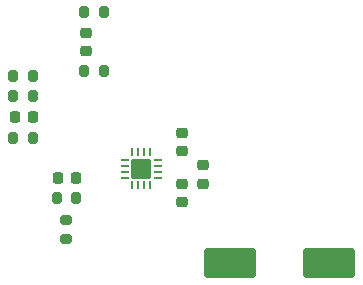
<source format=gbr>
%TF.GenerationSoftware,KiCad,Pcbnew,(6.0.5)*%
%TF.CreationDate,2022-10-05T18:31:43+01:00*%
%TF.ProjectId,DRV8876 Breakout,44525638-3837-4362-9042-7265616b6f75,V22.10.0.1*%
%TF.SameCoordinates,PX8c7ecc0PY4d83c00*%
%TF.FileFunction,Paste,Top*%
%TF.FilePolarity,Positive*%
%FSLAX46Y46*%
G04 Gerber Fmt 4.6, Leading zero omitted, Abs format (unit mm)*
G04 Created by KiCad (PCBNEW (6.0.5)) date 2022-10-05 18:31:43*
%MOMM*%
%LPD*%
G01*
G04 APERTURE LIST*
G04 Aperture macros list*
%AMRoundRect*
0 Rectangle with rounded corners*
0 $1 Rounding radius*
0 $2 $3 $4 $5 $6 $7 $8 $9 X,Y pos of 4 corners*
0 Add a 4 corners polygon primitive as box body*
4,1,4,$2,$3,$4,$5,$6,$7,$8,$9,$2,$3,0*
0 Add four circle primitives for the rounded corners*
1,1,$1+$1,$2,$3*
1,1,$1+$1,$4,$5*
1,1,$1+$1,$6,$7*
1,1,$1+$1,$8,$9*
0 Add four rect primitives between the rounded corners*
20,1,$1+$1,$2,$3,$4,$5,0*
20,1,$1+$1,$4,$5,$6,$7,0*
20,1,$1+$1,$6,$7,$8,$9,0*
20,1,$1+$1,$8,$9,$2,$3,0*%
G04 Aperture macros list end*
%ADD10RoundRect,0.225000X0.225000X0.250000X-0.225000X0.250000X-0.225000X-0.250000X0.225000X-0.250000X0*%
%ADD11RoundRect,0.200000X0.200000X0.275000X-0.200000X0.275000X-0.200000X-0.275000X0.200000X-0.275000X0*%
%ADD12RoundRect,0.157500X-0.157500X-0.157500X0.157500X-0.157500X0.157500X0.157500X-0.157500X0.157500X0*%
%ADD13RoundRect,0.048000X-0.252000X-0.072000X0.252000X-0.072000X0.252000X0.072000X-0.252000X0.072000X0*%
%ADD14RoundRect,0.048000X0.072000X-0.252000X0.072000X0.252000X-0.072000X0.252000X-0.072000X-0.252000X0*%
%ADD15RoundRect,0.000000X-0.775000X-0.775000X0.775000X-0.775000X0.775000X0.775000X-0.775000X0.775000X0*%
%ADD16RoundRect,0.225000X-0.250000X0.225000X-0.250000X-0.225000X0.250000X-0.225000X0.250000X0.225000X0*%
%ADD17RoundRect,0.200000X-0.275000X0.200000X-0.275000X-0.200000X0.275000X-0.200000X0.275000X0.200000X0*%
%ADD18RoundRect,0.200000X-0.200000X-0.275000X0.200000X-0.275000X0.200000X0.275000X-0.200000X0.275000X0*%
%ADD19RoundRect,0.225000X0.250000X-0.225000X0.250000X0.225000X-0.250000X0.225000X-0.250000X-0.225000X0*%
%ADD20RoundRect,0.218750X0.256250X-0.218750X0.256250X0.218750X-0.256250X0.218750X-0.256250X-0.218750X0*%
%ADD21RoundRect,0.250000X-1.950000X-1.000000X1.950000X-1.000000X1.950000X1.000000X-1.950000X1.000000X0*%
G04 APERTURE END LIST*
D10*
%TO.C,C1*%
X-9160000Y4400000D03*
X-10710000Y4400000D03*
%TD*%
D11*
%TO.C,R4*%
X-9160000Y6150000D03*
X-10810000Y6150000D03*
%TD*%
D12*
%TO.C,U1*%
X360000Y360000D03*
X-360000Y360000D03*
D13*
X-1400000Y750000D03*
X-1400000Y250000D03*
X-1400000Y-250000D03*
X-1400000Y-750000D03*
D14*
X-750000Y-1400000D03*
X-250000Y-1400000D03*
X250000Y-1400000D03*
X750000Y-1400000D03*
D13*
X1400000Y-750000D03*
X1400000Y-250000D03*
X1400000Y250000D03*
X1400000Y750000D03*
D15*
X0Y0D03*
D14*
X750000Y1400000D03*
X250000Y1400000D03*
X-250000Y1400000D03*
X-750000Y1400000D03*
%TD*%
D16*
%TO.C,C5*%
X3500000Y-1250000D03*
X3500000Y-2800000D03*
%TD*%
D17*
%TO.C,R6*%
X-6350000Y-4318000D03*
X-6350000Y-5968000D03*
%TD*%
D11*
%TO.C,R7*%
X-5500000Y-2500000D03*
X-7150000Y-2500000D03*
%TD*%
D18*
%TO.C,R2*%
X-4825000Y8255000D03*
X-3175000Y8255000D03*
%TD*%
D19*
%TO.C,C4*%
X3500000Y1500000D03*
X3500000Y3050000D03*
%TD*%
D20*
%TO.C,D1*%
X-4675000Y9967500D03*
X-4675000Y11542500D03*
%TD*%
D11*
%TO.C,R3*%
X-9160000Y7900000D03*
X-10810000Y7900000D03*
%TD*%
D10*
%TO.C,C2*%
X-5500000Y-750000D03*
X-7050000Y-750000D03*
%TD*%
D21*
%TO.C,C6*%
X7500000Y-8000000D03*
X15900000Y-8000000D03*
%TD*%
D19*
%TO.C,C3*%
X5250000Y-1250000D03*
X5250000Y300000D03*
%TD*%
D11*
%TO.C,R5*%
X-9160000Y2650000D03*
X-10810000Y2650000D03*
%TD*%
D18*
%TO.C,R1*%
X-4825000Y13255000D03*
X-3175000Y13255000D03*
%TD*%
M02*

</source>
